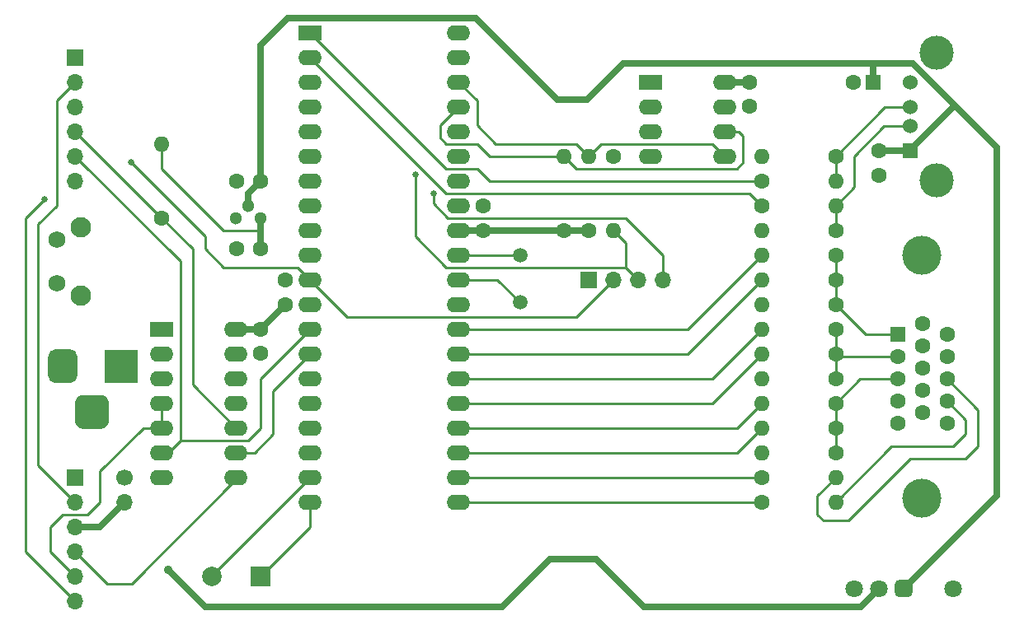
<source format=gtl>
%TF.GenerationSoftware,KiCad,Pcbnew,(5.1.6)-1*%
%TF.CreationDate,2020-11-22T19:56:56-08:00*%
%TF.ProjectId,vgavt1593,76676176-7431-4353-9933-2e6b69636164,1*%
%TF.SameCoordinates,Original*%
%TF.FileFunction,Copper,L1,Top*%
%TF.FilePolarity,Positive*%
%FSLAX46Y46*%
G04 Gerber Fmt 4.6, Leading zero omitted, Abs format (unit mm)*
G04 Created by KiCad (PCBNEW (5.1.6)-1) date 2020-11-22 19:56:56*
%MOMM*%
%LPD*%
G01*
G04 APERTURE LIST*
%TA.AperFunction,ComponentPad*%
%ADD10C,2.100000*%
%TD*%
%TA.AperFunction,ComponentPad*%
%ADD11C,1.750000*%
%TD*%
%TA.AperFunction,ComponentPad*%
%ADD12C,1.600000*%
%TD*%
%TA.AperFunction,ComponentPad*%
%ADD13R,1.600000X1.600000*%
%TD*%
%TA.AperFunction,ComponentPad*%
%ADD14O,1.600000X1.600000*%
%TD*%
%TA.AperFunction,ComponentPad*%
%ADD15C,4.000000*%
%TD*%
%TA.AperFunction,ComponentPad*%
%ADD16O,1.700000X1.700000*%
%TD*%
%TA.AperFunction,ComponentPad*%
%ADD17R,1.700000X1.700000*%
%TD*%
%TA.AperFunction,ComponentPad*%
%ADD18C,1.800000*%
%TD*%
%TA.AperFunction,ComponentPad*%
%ADD19O,2.400000X1.600000*%
%TD*%
%TA.AperFunction,ComponentPad*%
%ADD20R,2.400000X1.600000*%
%TD*%
%TA.AperFunction,ComponentPad*%
%ADD21C,1.300000*%
%TD*%
%TA.AperFunction,ComponentPad*%
%ADD22C,3.500000*%
%TD*%
%TA.AperFunction,ComponentPad*%
%ADD23R,1.524000X1.524000*%
%TD*%
%TA.AperFunction,ComponentPad*%
%ADD24C,1.524000*%
%TD*%
%TA.AperFunction,ComponentPad*%
%ADD25C,2.000000*%
%TD*%
%TA.AperFunction,ComponentPad*%
%ADD26R,2.000000X2.000000*%
%TD*%
%TA.AperFunction,ComponentPad*%
%ADD27C,1.700000*%
%TD*%
%TA.AperFunction,ComponentPad*%
%ADD28R,3.500000X3.500000*%
%TD*%
%TA.AperFunction,ComponentPad*%
%ADD29C,1.500000*%
%TD*%
%TA.AperFunction,ViaPad*%
%ADD30C,0.635000*%
%TD*%
%TA.AperFunction,ViaPad*%
%ADD31C,0.889000*%
%TD*%
%TA.AperFunction,Conductor*%
%ADD32C,0.635000*%
%TD*%
%TA.AperFunction,Conductor*%
%ADD33C,0.254000*%
%TD*%
G04 APERTURE END LIST*
D10*
X32335000Y-54935000D03*
D11*
X29845000Y-53685000D03*
X29845000Y-49185000D03*
D10*
X32335000Y-47925000D03*
D12*
X111665000Y-33020000D03*
D13*
X113665000Y-33020000D03*
D14*
X109855000Y-76200000D03*
D12*
X102235000Y-76200000D03*
D14*
X109855000Y-73660000D03*
D12*
X102235000Y-73660000D03*
D14*
X102235000Y-71120000D03*
D12*
X109855000Y-71120000D03*
D14*
X102235000Y-68580000D03*
D12*
X109855000Y-68580000D03*
D14*
X102235000Y-66040000D03*
D12*
X109855000Y-66040000D03*
D14*
X102235000Y-63500000D03*
D12*
X109855000Y-63500000D03*
D14*
X102235000Y-60960000D03*
D12*
X109855000Y-60960000D03*
D14*
X102235000Y-58420000D03*
D12*
X109855000Y-58420000D03*
D14*
X102235000Y-55880000D03*
D12*
X109855000Y-55880000D03*
D14*
X102235000Y-53340000D03*
D12*
X109855000Y-53340000D03*
D14*
X102235000Y-50800000D03*
D12*
X109855000Y-50800000D03*
D14*
X102235000Y-48260000D03*
D12*
X109855000Y-48260000D03*
D14*
X109855000Y-45720000D03*
D12*
X102235000Y-45720000D03*
D14*
X109855000Y-43180000D03*
D12*
X102235000Y-43180000D03*
D14*
X102235000Y-40640000D03*
D12*
X109855000Y-40640000D03*
D14*
X86995000Y-48260000D03*
D12*
X86995000Y-40640000D03*
D14*
X84455000Y-40640000D03*
D12*
X84455000Y-48260000D03*
D14*
X81915000Y-40640000D03*
D12*
X81915000Y-48260000D03*
D14*
X40640000Y-39370000D03*
D12*
X40640000Y-46990000D03*
D15*
X118705000Y-50793800D03*
X118705000Y-75793800D03*
D12*
X121285000Y-68138800D03*
X121285000Y-65848800D03*
X121285000Y-63558800D03*
X121285000Y-61268800D03*
X121285000Y-58978800D03*
X118745000Y-66993800D03*
X118745000Y-64703800D03*
X118745000Y-62413800D03*
X118745000Y-60123800D03*
X118745000Y-57833800D03*
X116205000Y-68138800D03*
X116205000Y-65848800D03*
X116205000Y-63558800D03*
X116205000Y-61268800D03*
D13*
X116205000Y-58978800D03*
D16*
X31750000Y-86360000D03*
X31750000Y-83820000D03*
X31750000Y-81280000D03*
X31750000Y-78740000D03*
X31750000Y-76200000D03*
D17*
X31750000Y-73660000D03*
D18*
X121920000Y-85090000D03*
%TA.AperFunction,ComponentPad*%
G36*
G01*
X117740000Y-84640000D02*
X117740000Y-85540000D01*
G75*
G02*
X117290000Y-85990000I-450000J0D01*
G01*
X116390000Y-85990000D01*
G75*
G02*
X115940000Y-85540000I0J450000D01*
G01*
X115940000Y-84640000D01*
G75*
G02*
X116390000Y-84190000I450000J0D01*
G01*
X117290000Y-84190000D01*
G75*
G02*
X117740000Y-84640000I0J-450000D01*
G01*
G37*
%TD.AperFunction*%
X114300000Y-85090000D03*
X111760000Y-85090000D03*
D19*
X48260000Y-58420000D03*
X40640000Y-73660000D03*
X48260000Y-60960000D03*
X40640000Y-71120000D03*
X48260000Y-63500000D03*
X40640000Y-68580000D03*
X48260000Y-66040000D03*
X40640000Y-66040000D03*
X48260000Y-68580000D03*
X40640000Y-63500000D03*
X48260000Y-71120000D03*
X40640000Y-60960000D03*
X48260000Y-73660000D03*
D20*
X40640000Y-58420000D03*
X90805000Y-33020000D03*
D19*
X98425000Y-40640000D03*
X90805000Y-35560000D03*
X98425000Y-38100000D03*
X90805000Y-38100000D03*
X98425000Y-35560000D03*
X90805000Y-40640000D03*
X98425000Y-33020000D03*
X71120000Y-27940000D03*
X55880000Y-76200000D03*
X71120000Y-30480000D03*
X55880000Y-73660000D03*
X71120000Y-33020000D03*
X55880000Y-71120000D03*
X71120000Y-35560000D03*
X55880000Y-68580000D03*
X71120000Y-38100000D03*
X55880000Y-66040000D03*
X71120000Y-40640000D03*
X55880000Y-63500000D03*
X71120000Y-43180000D03*
X55880000Y-60960000D03*
X71120000Y-45720000D03*
X55880000Y-58420000D03*
X71120000Y-48260000D03*
X55880000Y-55880000D03*
X71120000Y-50800000D03*
X55880000Y-53340000D03*
X71120000Y-53340000D03*
X55880000Y-50800000D03*
X71120000Y-55880000D03*
X55880000Y-48260000D03*
X71120000Y-58420000D03*
X55880000Y-45720000D03*
X71120000Y-60960000D03*
X55880000Y-43180000D03*
X71120000Y-63500000D03*
X55880000Y-40640000D03*
X71120000Y-66040000D03*
X55880000Y-38100000D03*
X71120000Y-68580000D03*
X55880000Y-35560000D03*
X71120000Y-71120000D03*
X55880000Y-33020000D03*
X71120000Y-73660000D03*
X55880000Y-30480000D03*
X71120000Y-76200000D03*
D20*
X55880000Y-27940000D03*
D12*
X114300000Y-42576000D03*
X114300000Y-40076000D03*
D21*
X49530000Y-45720000D03*
X50800000Y-46990000D03*
X48260000Y-46990000D03*
D22*
X120185000Y-30006000D03*
X120185000Y-43146000D03*
D23*
X117475000Y-40076000D03*
D24*
X117475000Y-37576000D03*
X117475000Y-35576000D03*
X117475000Y-33076000D03*
D25*
X45800000Y-83820000D03*
D26*
X50800000Y-83820000D03*
D12*
X50800000Y-60920000D03*
X50800000Y-58420000D03*
X50800000Y-43180000D03*
X48300000Y-43180000D03*
X50800000Y-50165000D03*
X48300000Y-50165000D03*
X100965000Y-33020000D03*
X100965000Y-35520000D03*
X73660000Y-45760000D03*
X73660000Y-48260000D03*
X53340000Y-53380000D03*
X53340000Y-55880000D03*
D16*
X36830000Y-76200000D03*
D27*
X36830000Y-73660000D03*
D16*
X31750000Y-43180000D03*
X31750000Y-40640000D03*
X31750000Y-38100000D03*
X31750000Y-35560000D03*
X31750000Y-33020000D03*
D17*
X31750000Y-30480000D03*
D28*
X36480000Y-62230000D03*
%TA.AperFunction,ComponentPad*%
G36*
G01*
X28980000Y-63230000D02*
X28980000Y-61230000D01*
G75*
G02*
X29730000Y-60480000I750000J0D01*
G01*
X31230000Y-60480000D01*
G75*
G02*
X31980000Y-61230000I0J-750000D01*
G01*
X31980000Y-63230000D01*
G75*
G02*
X31230000Y-63980000I-750000J0D01*
G01*
X29730000Y-63980000D01*
G75*
G02*
X28980000Y-63230000I0J750000D01*
G01*
G37*
%TD.AperFunction*%
%TA.AperFunction,ComponentPad*%
G36*
G01*
X31730000Y-67805000D02*
X31730000Y-66055000D01*
G75*
G02*
X32605000Y-65180000I875000J0D01*
G01*
X34355000Y-65180000D01*
G75*
G02*
X35230000Y-66055000I0J-875000D01*
G01*
X35230000Y-67805000D01*
G75*
G02*
X34355000Y-68680000I-875000J0D01*
G01*
X32605000Y-68680000D01*
G75*
G02*
X31730000Y-67805000I0J875000D01*
G01*
G37*
%TD.AperFunction*%
D16*
X92075000Y-53340000D03*
X89535000Y-53340000D03*
X86995000Y-53340000D03*
D17*
X84455000Y-53340000D03*
D29*
X77470000Y-50800000D03*
X77470000Y-55680000D03*
D30*
X37465000Y-41275000D03*
X68580000Y-44450000D03*
X66675000Y-42545000D03*
X28575000Y-45085000D03*
D31*
X41275000Y-83185010D03*
D32*
X71120000Y-48260000D02*
X73660000Y-48260000D01*
X81915000Y-48260000D02*
X84455000Y-48260000D01*
X98425000Y-33020000D02*
X100965000Y-33020000D01*
X50800000Y-46990000D02*
X50800000Y-48260000D01*
X50800000Y-48260000D02*
X50800000Y-50165000D01*
D33*
X46990000Y-48260000D02*
X50800000Y-48260000D01*
X40640000Y-39370000D02*
X40640000Y-41910000D01*
X40640000Y-41910000D02*
X46990000Y-48260000D01*
D32*
X73660000Y-48260000D02*
X81915000Y-48260000D01*
X50800000Y-58420000D02*
X53340000Y-55880000D01*
X48260000Y-58420000D02*
X50800000Y-58420000D01*
D33*
X59690000Y-57150000D02*
X55880000Y-53340000D01*
X86995000Y-53340000D02*
X83185000Y-57150000D01*
X83185000Y-57150000D02*
X59690000Y-57150000D01*
X45085000Y-48895000D02*
X37465000Y-41275000D01*
X45085000Y-50165000D02*
X45085000Y-48895000D01*
X45085000Y-50165000D02*
X46990000Y-52070000D01*
X54610000Y-52070000D02*
X55880000Y-53340000D01*
X46990000Y-52070000D02*
X54610000Y-52070000D01*
X94615000Y-58420000D02*
X102235000Y-50800000D01*
X71120000Y-58420000D02*
X94615000Y-58420000D01*
X94615000Y-60960000D02*
X102235000Y-53340000D01*
X71120000Y-60960000D02*
X94615000Y-60960000D01*
X97155000Y-63500000D02*
X102235000Y-58420000D01*
X71120000Y-63500000D02*
X97155000Y-63500000D01*
X97155000Y-66040000D02*
X102235000Y-60960000D01*
X71120000Y-66040000D02*
X97155000Y-66040000D01*
X99695000Y-68580000D02*
X102235000Y-66040000D01*
X71120000Y-68580000D02*
X99695000Y-68580000D01*
X99695000Y-71120000D02*
X102235000Y-68580000D01*
X71120000Y-71120000D02*
X99695000Y-71120000D01*
X55880000Y-78740000D02*
X50800000Y-83820000D01*
X55880000Y-76200000D02*
X55880000Y-78740000D01*
X45800000Y-83740000D02*
X45800000Y-83820000D01*
X55880000Y-73660000D02*
X45800000Y-83740000D01*
D32*
X50800000Y-43180000D02*
X49530000Y-44450000D01*
X49530000Y-44450000D02*
X49530000Y-45720000D01*
X117475000Y-40005000D02*
X122047000Y-35433000D01*
X117475000Y-40076000D02*
X117475000Y-40005000D01*
X126365000Y-75565000D02*
X126365000Y-39751000D01*
X116840000Y-85090000D02*
X126365000Y-75565000D01*
X126365000Y-39751000D02*
X122047000Y-35433000D01*
X117729000Y-31115000D02*
X122047000Y-35433000D01*
X84328000Y-34798000D02*
X88011000Y-31115000D01*
X50800000Y-29210000D02*
X53594000Y-26416000D01*
X53594000Y-26416000D02*
X72898000Y-26416000D01*
X72898000Y-26416000D02*
X81280000Y-34798000D01*
X50800000Y-43180000D02*
X50800000Y-29210000D01*
X81280000Y-34798000D02*
X84328000Y-34798000D01*
X88011000Y-31115000D02*
X114300000Y-31115000D01*
X114300000Y-31115000D02*
X117729000Y-31115000D01*
X113665000Y-33020000D02*
X113665000Y-31115000D01*
X117475000Y-40076000D02*
X114300000Y-40076000D01*
D33*
X70035988Y-46990000D02*
X68580000Y-45534012D01*
X68580000Y-45534012D02*
X68580000Y-44450000D01*
X92075000Y-53340000D02*
X92075000Y-50800000D01*
X88265000Y-46990000D02*
X70035988Y-46990000D01*
X92075000Y-50800000D02*
X88265000Y-46990000D01*
X88265000Y-52070000D02*
X89535000Y-53340000D01*
X69850000Y-52070000D02*
X66675000Y-48895000D01*
X66675000Y-48895000D02*
X66675000Y-42545000D01*
X88265000Y-52070000D02*
X69850000Y-52070000D01*
X88265000Y-49530000D02*
X86995000Y-48260000D01*
X88265000Y-52070000D02*
X88265000Y-49530000D01*
X123190000Y-67753800D02*
X121285000Y-65848800D01*
X123190000Y-69215000D02*
X123190000Y-67753800D01*
X121920000Y-70485000D02*
X123190000Y-69215000D01*
X109855000Y-76200000D02*
X115570000Y-70485000D01*
X115570000Y-70485000D02*
X121920000Y-70485000D01*
X108585000Y-78105000D02*
X111125000Y-78105000D01*
X107950000Y-77470000D02*
X108585000Y-78105000D01*
X109855000Y-73660000D02*
X107950000Y-75565000D01*
X111125000Y-78105000D02*
X117475000Y-71755000D01*
X107950000Y-75565000D02*
X107950000Y-77470000D01*
X117475000Y-71755000D02*
X123190000Y-71755000D01*
X124460000Y-70485000D02*
X124460000Y-66704400D01*
X123190000Y-71755000D02*
X124460000Y-70485000D01*
X124460000Y-66704400D02*
X121314400Y-63558800D01*
X121314400Y-63558800D02*
X121285000Y-63558800D01*
X109855000Y-66040000D02*
X109855000Y-68580000D01*
X109855000Y-68580000D02*
X109855000Y-71120000D01*
X112336200Y-63558800D02*
X109855000Y-66040000D01*
X116205000Y-63558800D02*
X112336200Y-63558800D01*
X109855000Y-58420000D02*
X109855000Y-60960000D01*
X109855000Y-60960000D02*
X109855000Y-63500000D01*
X116531200Y-60960000D02*
X116840000Y-61268800D01*
X110163800Y-61268800D02*
X109855000Y-60960000D01*
X116205000Y-61268800D02*
X110163800Y-61268800D01*
X109855000Y-50800000D02*
X109855000Y-53340000D01*
X109855000Y-53340000D02*
X109855000Y-55880000D01*
X116840000Y-58978800D02*
X116840000Y-59055000D01*
X112953800Y-58978800D02*
X109855000Y-55880000D01*
X116205000Y-58978800D02*
X112953800Y-58978800D01*
X83185000Y-39370000D02*
X84455000Y-40640000D01*
X74930000Y-39370000D02*
X83185000Y-39370000D01*
X73025000Y-37465000D02*
X74930000Y-39370000D01*
X71120000Y-33020000D02*
X73025000Y-34925000D01*
X73025000Y-34925000D02*
X73025000Y-37465000D01*
X97155000Y-39370000D02*
X98425000Y-40640000D01*
X84455000Y-40640000D02*
X85725000Y-39370000D01*
X85725000Y-39370000D02*
X97155000Y-39370000D01*
X74295000Y-40640000D02*
X81915000Y-40640000D01*
X71120000Y-35560000D02*
X69215000Y-37465000D01*
X69850000Y-39370000D02*
X73025000Y-39370000D01*
X73025000Y-39370000D02*
X74295000Y-40640000D01*
X69215000Y-37465000D02*
X69215000Y-38735000D01*
X69215000Y-38735000D02*
X69850000Y-39370000D01*
X99879000Y-38100000D02*
X98425000Y-38100000D01*
X83185000Y-41910000D02*
X99695000Y-41910000D01*
X99695000Y-41910000D02*
X100330000Y-41275000D01*
X81915000Y-40640000D02*
X83185000Y-41910000D01*
X100330000Y-41275000D02*
X100330000Y-38551000D01*
X100330000Y-38551000D02*
X99879000Y-38100000D01*
X71120000Y-73660000D02*
X102235000Y-73660000D01*
X71120000Y-76200000D02*
X102235000Y-76200000D01*
X52070000Y-64770000D02*
X55880000Y-60960000D01*
X52070000Y-69215000D02*
X52070000Y-64770000D01*
X48260000Y-71120000D02*
X50165000Y-71120000D01*
X50165000Y-71120000D02*
X52070000Y-69215000D01*
X50800000Y-63500000D02*
X55880000Y-58420000D01*
X50800000Y-68580000D02*
X50800000Y-63500000D01*
X42545000Y-69850000D02*
X49530000Y-69850000D01*
X49530000Y-69850000D02*
X50800000Y-68580000D01*
X41275000Y-71120000D02*
X42545000Y-69850000D01*
X40640000Y-71120000D02*
X41275000Y-71120000D01*
X42545000Y-51434992D02*
X31750000Y-40640000D01*
X42545000Y-69850000D02*
X42545000Y-51434992D01*
X71120000Y-50800000D02*
X77470000Y-50800000D01*
X75130000Y-53340000D02*
X77470000Y-55680000D01*
X71120000Y-53340000D02*
X75130000Y-53340000D01*
X100965000Y-44450000D02*
X102235000Y-45720000D01*
X55880000Y-30480000D02*
X69850000Y-44450000D01*
X69850000Y-44450000D02*
X100965000Y-44450000D01*
X74295000Y-43180000D02*
X102235000Y-43180000D01*
X73025000Y-41910000D02*
X74295000Y-43180000D01*
X55880000Y-27940000D02*
X69850000Y-41910000D01*
X69850000Y-41910000D02*
X73025000Y-41910000D01*
X109855000Y-40640000D02*
X109855000Y-43180000D01*
X114919000Y-35576000D02*
X109855000Y-40640000D01*
X117475000Y-35520000D02*
X117419000Y-35576000D01*
X117419000Y-35576000D02*
X114919000Y-35576000D01*
X109855000Y-48260000D02*
X109855000Y-45720000D01*
X114824000Y-37576000D02*
X117475000Y-37576000D01*
X111760000Y-40640000D02*
X114824000Y-37576000D01*
X109855000Y-45720000D02*
X111760000Y-43815000D01*
X111760000Y-43815000D02*
X111760000Y-40640000D01*
X27940000Y-72390000D02*
X27940000Y-72390000D01*
X29845000Y-45720000D02*
X27940000Y-47625000D01*
X27940000Y-72390000D02*
X31750000Y-76200000D01*
X31750000Y-33020000D02*
X29845000Y-34925000D01*
X27940000Y-47625000D02*
X27940000Y-72390000D01*
X29845000Y-34925000D02*
X29845000Y-45720000D01*
X31750000Y-86360000D02*
X26670000Y-81280000D01*
X26670000Y-81280000D02*
X26670000Y-46990000D01*
X26670000Y-46990000D02*
X28575000Y-45085000D01*
D32*
X75565000Y-86995000D02*
X45084990Y-86995000D01*
X112395000Y-86995000D02*
X90170000Y-86995000D01*
X45084990Y-86995000D02*
X41275000Y-83185010D01*
X85217000Y-82042000D02*
X80518000Y-82042000D01*
X114300000Y-85090000D02*
X112395000Y-86995000D01*
X80518000Y-82042000D02*
X75565000Y-86995000D01*
X90170000Y-86995000D02*
X85217000Y-82042000D01*
D33*
X40640000Y-68580000D02*
X40640000Y-66040000D01*
X38735000Y-68580000D02*
X40640000Y-68580000D01*
X34290000Y-73025000D02*
X38735000Y-68580000D01*
X34290000Y-76200000D02*
X34290000Y-73025000D01*
X29210000Y-81280000D02*
X29210000Y-78740000D01*
X29210000Y-78740000D02*
X30480000Y-77470000D01*
X33020000Y-77470000D02*
X34290000Y-76200000D01*
X31750000Y-83820000D02*
X29210000Y-81280000D01*
X30480000Y-77470000D02*
X33020000Y-77470000D01*
X48260000Y-73898125D02*
X48260000Y-73660000D01*
X37576125Y-84582000D02*
X48260000Y-73898125D01*
X31750000Y-81280000D02*
X35052000Y-84582000D01*
X35052000Y-84582000D02*
X37576125Y-84582000D01*
D32*
X34290000Y-78740000D02*
X36830000Y-76200000D01*
X31750000Y-78740000D02*
X34290000Y-78740000D01*
D33*
X43815000Y-50165000D02*
X43815000Y-64135000D01*
X43815000Y-64135000D02*
X48260000Y-68580000D01*
X40640000Y-46990000D02*
X43815000Y-50165000D01*
X40640000Y-46990000D02*
X31750000Y-38100000D01*
M02*

</source>
